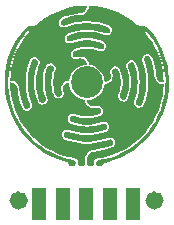
<source format=gbr>
%TF.GenerationSoftware,KiCad,Pcbnew,(5.1.10)-1*%
%TF.CreationDate,2021-10-06T18:30:59-05:00*%
%TF.ProjectId,BYTE_Magnetic,42595445-5f4d-4616-976e-657469632e6b,rev?*%
%TF.SameCoordinates,Original*%
%TF.FileFunction,Soldermask,Top*%
%TF.FilePolarity,Negative*%
%FSLAX46Y46*%
G04 Gerber Fmt 4.6, Leading zero omitted, Abs format (unit mm)*
G04 Created by KiCad (PCBNEW (5.1.10)-1) date 2021-10-06 18:30:59*
%MOMM*%
%LPD*%
G01*
G04 APERTURE LIST*
%ADD10C,0.800000*%
%ADD11C,2.700000*%
%ADD12C,0.100000*%
%ADD13R,1.200000X2.700000*%
G04 APERTURE END LIST*
D10*
X188138426Y-121669178D02*
G75*
G03*
X188138426Y-121669178I-400000J0D01*
G01*
X176638426Y-121669178D02*
G75*
G03*
X176638426Y-121669178I-400000J0D01*
G01*
D11*
%TO.C,REF\u002A\u002A*%
X182011320Y-111671100D03*
D12*
G36*
X181999320Y-105323100D02*
G01*
X181949320Y-105466100D01*
X181864320Y-105593100D01*
X181751320Y-105694100D01*
X181615320Y-105763100D01*
X181467320Y-105796100D01*
X181066320Y-105847100D01*
X180669320Y-105926100D01*
X180279320Y-106031100D01*
X179897320Y-106163100D01*
X179787320Y-106224100D01*
X179700320Y-106313100D01*
X179641320Y-106424100D01*
X179615320Y-106546100D01*
X179625320Y-106671100D01*
X179670320Y-106788100D01*
X179746320Y-106888100D01*
X179847320Y-106962100D01*
X179965320Y-107004100D01*
X180090320Y-107012100D01*
X180212320Y-106984100D01*
X180599320Y-106854100D01*
X180996320Y-106755100D01*
X181399320Y-106688100D01*
X181807320Y-106655100D01*
X182215320Y-106655100D01*
X182623320Y-106688100D01*
X183026320Y-106755100D01*
X183423320Y-106854100D01*
X183810320Y-106984100D01*
X183893320Y-107035100D01*
X183955320Y-107110100D01*
X183986320Y-107202100D01*
X183985320Y-107299100D01*
X183950320Y-107390100D01*
X183886320Y-107464100D01*
X183801320Y-107511100D01*
X183705320Y-107526100D01*
X183609320Y-107508100D01*
X183222320Y-107379100D01*
X182824320Y-107286100D01*
X182419320Y-107230100D01*
X182011320Y-107211100D01*
X181603320Y-107230100D01*
X181198320Y-107286100D01*
X180800320Y-107379100D01*
X180413320Y-107508100D01*
X180303320Y-107569100D01*
X180216320Y-107658100D01*
X180157320Y-107769100D01*
X180131320Y-107891100D01*
X180141320Y-108016100D01*
X180186320Y-108133100D01*
X180262320Y-108232100D01*
X180363320Y-108307100D01*
X180481320Y-108349100D01*
X180606320Y-108357100D01*
X180728320Y-108329100D01*
X181085320Y-108213100D01*
X181451320Y-108135100D01*
X181824320Y-108096100D01*
X182198320Y-108096100D01*
X182571320Y-108135100D01*
X182937320Y-108213100D01*
X183294320Y-108329100D01*
X183377320Y-108379100D01*
X183438320Y-108455100D01*
X183470320Y-108547100D01*
X183468320Y-108644100D01*
X183434320Y-108735100D01*
X183370320Y-108809100D01*
X183285320Y-108856100D01*
X183189320Y-108871100D01*
X183093320Y-108852100D01*
X182792320Y-108755100D01*
X182483320Y-108689100D01*
X182169320Y-108656100D01*
X181853320Y-108656100D01*
X181539320Y-108689100D01*
X181230320Y-108755100D01*
X180929320Y-108852100D01*
X180820320Y-108913100D01*
X180732320Y-109003100D01*
X180673320Y-109113100D01*
X180648320Y-109236100D01*
X180658320Y-109361100D01*
X180703320Y-109478100D01*
X180779320Y-109577100D01*
X180880320Y-109651100D01*
X180997320Y-109694100D01*
X181122320Y-109702100D01*
X181244320Y-109674100D01*
X181373320Y-109641100D01*
X181506320Y-109639100D01*
X181635320Y-109669100D01*
X181754320Y-109727100D01*
X181856320Y-109812100D01*
X181935320Y-109918100D01*
X181988320Y-110040100D01*
X182010320Y-110171100D01*
X181767320Y-110191100D01*
X181531320Y-110250100D01*
X181307320Y-110346100D01*
X181102320Y-110478100D01*
X180921320Y-110641100D01*
X180768320Y-110831100D01*
X180649320Y-111043100D01*
X180565320Y-111272100D01*
X180520320Y-111512100D01*
X180368320Y-111532100D01*
X180224320Y-111584100D01*
X180094320Y-111666100D01*
X179984320Y-111772100D01*
X179899320Y-111900100D01*
X179843320Y-112043100D01*
X179818320Y-112194100D01*
X179825320Y-112347100D01*
X179865320Y-112495100D01*
X179883320Y-112590100D01*
X179868320Y-112687100D01*
X179821320Y-112772100D01*
X179747320Y-112835100D01*
X179657320Y-112870100D01*
X179559320Y-112872100D01*
X179467320Y-112840100D01*
X179392320Y-112779100D01*
X179342320Y-112696100D01*
X179249320Y-112411100D01*
X179187320Y-112118100D01*
X179156320Y-111821100D01*
X179156320Y-111521100D01*
X179187320Y-111224100D01*
X179249320Y-110931100D01*
X179342320Y-110646100D01*
X179369320Y-110524100D01*
X179362320Y-110399100D01*
X179319320Y-110281100D01*
X179245320Y-110180100D01*
X179145320Y-110104100D01*
X179028320Y-110060100D01*
X178904320Y-110049100D01*
X178781320Y-110075100D01*
X178670320Y-110134100D01*
X178581320Y-110222100D01*
X178520320Y-110331100D01*
X178412320Y-110656100D01*
X178334320Y-110990100D01*
X178287320Y-111329100D01*
X178272320Y-111671100D01*
X178287320Y-112013100D01*
X178334320Y-112352100D01*
X178412320Y-112686100D01*
X178520320Y-113011100D01*
X178539320Y-113107100D01*
X178523320Y-113203100D01*
X178476320Y-113288100D01*
X178403320Y-113352100D01*
X178312320Y-113387100D01*
X178215320Y-113388100D01*
X178123320Y-113357100D01*
X178047320Y-113295100D01*
X177997320Y-113212100D01*
X177873320Y-112838100D01*
X177783320Y-112455100D01*
X177729320Y-112064100D01*
X177711320Y-111671100D01*
X177729320Y-111278100D01*
X177783320Y-110887100D01*
X177873320Y-110504100D01*
X177997320Y-110130100D01*
X178025320Y-110008100D01*
X178017320Y-109883100D01*
X177974320Y-109765100D01*
X177900320Y-109664100D01*
X177801320Y-109588100D01*
X177684320Y-109543100D01*
X177559320Y-109533100D01*
X177436320Y-109559100D01*
X177326320Y-109618100D01*
X177236320Y-109705100D01*
X177175320Y-109815100D01*
X177040320Y-110214100D01*
X176938320Y-110624100D01*
X176870320Y-111040100D01*
X176835320Y-111460100D01*
X176835320Y-111882100D01*
X176870320Y-112302100D01*
X176938320Y-112718100D01*
X177040320Y-113128100D01*
X177175320Y-113527100D01*
X177194320Y-113623100D01*
X177179320Y-113719100D01*
X177131320Y-113804100D01*
X177058320Y-113868100D01*
X176967320Y-113903100D01*
X176870320Y-113904100D01*
X176778320Y-113873100D01*
X176702320Y-113812100D01*
X176652320Y-113728100D01*
X176524320Y-113356100D01*
X176421320Y-112976100D01*
X176345320Y-112591100D01*
X176295320Y-112200100D01*
X176263320Y-112040100D01*
X176196320Y-111890100D01*
X176100320Y-111758100D01*
X175977320Y-111649100D01*
X175833320Y-111570100D01*
X175676320Y-111523100D01*
X175513320Y-111511100D01*
X175544320Y-111016100D01*
X175613320Y-110525100D01*
X175719320Y-110041100D01*
X175861320Y-109566100D01*
X176039320Y-109104100D01*
X176253320Y-108656100D01*
X176499320Y-108226100D01*
X176778320Y-107816100D01*
X177087320Y-107428100D01*
X177106320Y-107383100D01*
X177094320Y-107335100D01*
X177057320Y-107302100D01*
X177008320Y-107298100D01*
X176965320Y-107324100D01*
X176652320Y-107717100D01*
X176369320Y-108132100D01*
X176119320Y-108567100D01*
X175901320Y-109020100D01*
X175719320Y-109488100D01*
X175572320Y-109968100D01*
X175462320Y-110459100D01*
X175390320Y-110956100D01*
X175354320Y-111457100D01*
X175357320Y-111959100D01*
X175398320Y-112460100D01*
X175476320Y-112956100D01*
X175592320Y-113445100D01*
X175743320Y-113924100D01*
X175931320Y-114390100D01*
X176153320Y-114840100D01*
X176409320Y-115273100D01*
X176696320Y-115685100D01*
X177014320Y-116074100D01*
X177360320Y-116438100D01*
X177732320Y-116775100D01*
X178129320Y-117083100D01*
X178548320Y-117360100D01*
X178987320Y-117605100D01*
X179443320Y-117816100D01*
X179913320Y-117992100D01*
X180396320Y-118132100D01*
X180887320Y-118235100D01*
X180950320Y-118258100D01*
X181002320Y-118299100D01*
X181038320Y-118356100D01*
X181061320Y-118461100D01*
X181045320Y-118567100D01*
X180994320Y-118661100D01*
X180912320Y-118730100D01*
X180811320Y-118767100D01*
X180704320Y-118766100D01*
X180604320Y-118727100D01*
X180524320Y-118655100D01*
X180475320Y-118560100D01*
X180444320Y-118500100D01*
X180394320Y-118453100D01*
X180332320Y-118425100D01*
X179827320Y-118280100D01*
X179335320Y-118096100D01*
X178858320Y-117876100D01*
X178399320Y-117620100D01*
X177961320Y-117331100D01*
X177545320Y-117009100D01*
X177155320Y-116657100D01*
X176793320Y-116277100D01*
X176461320Y-115870100D01*
X176160320Y-115440100D01*
X175892320Y-114988100D01*
X175659320Y-114517100D01*
X175463320Y-114030100D01*
X175304320Y-113529100D01*
X175183320Y-113018100D01*
X175100320Y-112499100D01*
X175058320Y-111975100D01*
X175055320Y-111450100D01*
X175091320Y-110926100D01*
X175167320Y-110406100D01*
X175282320Y-109894100D01*
X175435320Y-109391100D01*
X175626320Y-108902100D01*
X175853320Y-108428100D01*
X176115320Y-107973100D01*
X176411320Y-107539100D01*
X176738320Y-107128100D01*
X176847320Y-107030100D01*
X176976320Y-106960100D01*
X177117320Y-106924100D01*
X177264320Y-106924100D01*
X177389320Y-106926100D01*
X177512320Y-106901100D01*
X177628320Y-106852100D01*
X177730320Y-106780100D01*
X178093320Y-106485100D01*
X178475320Y-106217100D01*
X178876320Y-105977100D01*
X179293320Y-105766100D01*
X179724320Y-105586100D01*
X180167320Y-105438100D01*
X180620320Y-105322100D01*
X181080320Y-105238100D01*
X181544320Y-105188100D01*
X182011320Y-105171100D01*
X181999320Y-105323100D01*
G37*
G36*
X182671320Y-105205100D02*
G01*
X183168320Y-105275100D01*
X183657320Y-105383100D01*
X184137320Y-105528100D01*
X184604320Y-105711100D01*
X185056320Y-105928100D01*
X185489320Y-106180100D01*
X185902320Y-106464100D01*
X186292320Y-106780100D01*
X186394320Y-106852100D01*
X186510320Y-106901100D01*
X186633320Y-106926100D01*
X186758320Y-106924100D01*
X186905320Y-106924100D01*
X187046320Y-106960100D01*
X187175320Y-107030100D01*
X187284320Y-107128100D01*
X187604320Y-107528100D01*
X187893320Y-107951100D01*
X188151320Y-108394100D01*
X188376320Y-108854100D01*
X188566320Y-109330100D01*
X188720320Y-109819100D01*
X188838320Y-110317100D01*
X188919320Y-110823100D01*
X188963320Y-111334100D01*
X188969320Y-111846100D01*
X188937320Y-112358100D01*
X188868320Y-112865100D01*
X188761320Y-113367100D01*
X188618320Y-113859100D01*
X188439320Y-114339100D01*
X188226320Y-114804100D01*
X187978320Y-115253100D01*
X187699320Y-115683100D01*
X187388320Y-116090100D01*
X187048320Y-116474100D01*
X186681320Y-116831100D01*
X186289320Y-117161100D01*
X185874320Y-117461100D01*
X185437320Y-117729100D01*
X184982320Y-117965100D01*
X184511320Y-118166100D01*
X184027320Y-118333100D01*
X183531320Y-118463100D01*
X183471320Y-118487100D01*
X183422320Y-118528100D01*
X183389320Y-118583100D01*
X183331320Y-118674100D01*
X183245320Y-118739100D01*
X183142320Y-118769100D01*
X183034320Y-118761100D01*
X182937320Y-118715100D01*
X182861320Y-118638100D01*
X182819320Y-118539100D01*
X182814320Y-118431100D01*
X182843320Y-118351100D01*
X182903320Y-118290100D01*
X182983320Y-118260100D01*
X183482320Y-118167100D01*
X183973320Y-118036100D01*
X184452320Y-117868100D01*
X184917320Y-117664100D01*
X185365320Y-117425100D01*
X185794320Y-117152100D01*
X186200320Y-116848100D01*
X186583320Y-116514100D01*
X186938320Y-116152100D01*
X187266320Y-115763100D01*
X187562320Y-115351100D01*
X187826320Y-114917100D01*
X188057320Y-114465100D01*
X188252320Y-113996100D01*
X188411320Y-113514100D01*
X188533320Y-113021100D01*
X188617320Y-112520100D01*
X188662320Y-112014100D01*
X188669320Y-111506100D01*
X188637320Y-110999100D01*
X188567320Y-110496100D01*
X188458320Y-110000100D01*
X188312320Y-109514100D01*
X188129320Y-109040100D01*
X187911320Y-108582100D01*
X187659320Y-108141100D01*
X187373320Y-107721100D01*
X187057320Y-107324100D01*
X187014320Y-107298100D01*
X186965320Y-107302100D01*
X186928320Y-107335100D01*
X186916320Y-107383100D01*
X186935320Y-107428100D01*
X187224320Y-107789100D01*
X187487320Y-108169100D01*
X187722320Y-108567100D01*
X187928320Y-108981100D01*
X188104320Y-109408100D01*
X188250320Y-109847100D01*
X188364320Y-110295100D01*
X188445320Y-110750100D01*
X188495320Y-111209100D01*
X188511320Y-111671100D01*
X188359320Y-111659100D01*
X188216320Y-111609100D01*
X188089320Y-111524100D01*
X187988320Y-111411100D01*
X187919320Y-111275100D01*
X187886320Y-111127100D01*
X187835320Y-110726100D01*
X187756320Y-110329100D01*
X187651320Y-109939100D01*
X187519320Y-109557100D01*
X187458320Y-109447100D01*
X187369320Y-109360100D01*
X187258320Y-109301100D01*
X187136320Y-109275100D01*
X187011320Y-109285100D01*
X186894320Y-109330100D01*
X186794320Y-109406100D01*
X186720320Y-109507100D01*
X186678320Y-109625100D01*
X186670320Y-109750100D01*
X186698320Y-109872100D01*
X186828320Y-110259100D01*
X186927320Y-110656100D01*
X186994320Y-111059100D01*
X187027320Y-111467100D01*
X187027320Y-111875100D01*
X186994320Y-112283100D01*
X186927320Y-112686100D01*
X186828320Y-113083100D01*
X186698320Y-113470100D01*
X186647320Y-113553100D01*
X186572320Y-113615100D01*
X186480320Y-113646100D01*
X186383320Y-113645100D01*
X186292320Y-113610100D01*
X186218320Y-113546100D01*
X186171320Y-113461100D01*
X186156320Y-113365100D01*
X186174320Y-113269100D01*
X186303320Y-112882100D01*
X186396320Y-112484100D01*
X186452320Y-112079100D01*
X186471320Y-111671100D01*
X186452320Y-111263100D01*
X186396320Y-110858100D01*
X186303320Y-110460100D01*
X186174320Y-110073100D01*
X186113320Y-109963100D01*
X186024320Y-109876100D01*
X185913320Y-109817100D01*
X185791320Y-109791100D01*
X185666320Y-109801100D01*
X185549320Y-109846100D01*
X185450320Y-109922100D01*
X185375320Y-110023100D01*
X185333320Y-110141100D01*
X185325320Y-110266100D01*
X185353320Y-110388100D01*
X185469320Y-110745100D01*
X185547320Y-111111100D01*
X185586320Y-111484100D01*
X185586320Y-111858100D01*
X185547320Y-112231100D01*
X185469320Y-112597100D01*
X185353320Y-112954100D01*
X185303320Y-113037100D01*
X185227320Y-113098100D01*
X185135320Y-113130100D01*
X185038320Y-113128100D01*
X184947320Y-113094100D01*
X184873320Y-113030100D01*
X184826320Y-112945100D01*
X184811320Y-112849100D01*
X184830320Y-112753100D01*
X184927320Y-112452100D01*
X184993320Y-112143100D01*
X185026320Y-111829100D01*
X185026320Y-111513100D01*
X184993320Y-111199100D01*
X184927320Y-110890100D01*
X184830320Y-110589100D01*
X184769320Y-110480100D01*
X184679320Y-110392100D01*
X184569320Y-110333100D01*
X184446320Y-110308100D01*
X184321320Y-110318100D01*
X184204320Y-110363100D01*
X184105320Y-110439100D01*
X184031320Y-110540100D01*
X183988320Y-110657100D01*
X183980320Y-110782100D01*
X184008320Y-110904100D01*
X184041320Y-111033100D01*
X184043320Y-111166100D01*
X184013320Y-111295100D01*
X183955320Y-111414100D01*
X183870320Y-111516100D01*
X183764320Y-111595100D01*
X183642320Y-111648100D01*
X183511320Y-111670100D01*
X183491320Y-111427100D01*
X183432320Y-111191100D01*
X183336320Y-110967100D01*
X183204320Y-110762100D01*
X183041320Y-110581100D01*
X182851320Y-110428100D01*
X182639320Y-110309100D01*
X182410320Y-110225100D01*
X182170320Y-110180100D01*
X182150320Y-110028100D01*
X182098320Y-109884100D01*
X182016320Y-109754100D01*
X181910320Y-109644100D01*
X181782320Y-109559100D01*
X181639320Y-109503100D01*
X181488320Y-109478100D01*
X181335320Y-109485100D01*
X181187320Y-109525100D01*
X181092320Y-109543100D01*
X180995320Y-109528100D01*
X180910320Y-109481100D01*
X180847320Y-109407100D01*
X180812320Y-109317100D01*
X180810320Y-109219100D01*
X180842320Y-109127100D01*
X180903320Y-109052100D01*
X180986320Y-109002100D01*
X181271320Y-108909100D01*
X181564320Y-108847100D01*
X181861320Y-108816100D01*
X182161320Y-108816100D01*
X182458320Y-108847100D01*
X182751320Y-108909100D01*
X183036320Y-109002100D01*
X183158320Y-109029100D01*
X183283320Y-109022100D01*
X183401320Y-108979100D01*
X183502320Y-108905100D01*
X183578320Y-108805100D01*
X183622320Y-108688100D01*
X183633320Y-108564100D01*
X183607320Y-108441100D01*
X183548320Y-108330100D01*
X183460320Y-108241100D01*
X183351320Y-108180100D01*
X183026320Y-108072100D01*
X182692320Y-107994100D01*
X182353320Y-107947100D01*
X182011320Y-107932100D01*
X181669320Y-107947100D01*
X181330320Y-107994100D01*
X180996320Y-108072100D01*
X180671320Y-108180100D01*
X180575320Y-108199100D01*
X180479320Y-108183100D01*
X180394320Y-108136100D01*
X180330320Y-108063100D01*
X180295320Y-107972100D01*
X180294320Y-107875100D01*
X180325320Y-107783100D01*
X180387320Y-107707100D01*
X180470320Y-107657100D01*
X180844320Y-107533100D01*
X181227320Y-107443100D01*
X181618320Y-107389100D01*
X182011320Y-107371100D01*
X182404320Y-107389100D01*
X182795320Y-107443100D01*
X183178320Y-107533100D01*
X183552320Y-107657100D01*
X183674320Y-107685100D01*
X183799320Y-107677100D01*
X183917320Y-107634100D01*
X184018320Y-107560100D01*
X184094320Y-107461100D01*
X184139320Y-107344100D01*
X184149320Y-107219100D01*
X184123320Y-107096100D01*
X184064320Y-106986100D01*
X183977320Y-106896100D01*
X183867320Y-106835100D01*
X183468320Y-106700100D01*
X183058320Y-106598100D01*
X182642320Y-106530100D01*
X182222320Y-106495100D01*
X181800320Y-106495100D01*
X181380320Y-106530100D01*
X180964320Y-106598100D01*
X180554320Y-106700100D01*
X180155320Y-106835100D01*
X180059320Y-106854100D01*
X179963320Y-106839100D01*
X179878320Y-106791100D01*
X179814320Y-106718100D01*
X179779320Y-106627100D01*
X179778320Y-106530100D01*
X179809320Y-106438100D01*
X179870320Y-106362100D01*
X179954320Y-106312100D01*
X180326320Y-106184100D01*
X180706320Y-106081100D01*
X181091320Y-106005100D01*
X181482320Y-105955100D01*
X181642320Y-105923100D01*
X181792320Y-105856100D01*
X181924320Y-105760100D01*
X182033320Y-105637100D01*
X182112320Y-105493100D01*
X182159320Y-105336100D01*
X182171320Y-105173100D01*
X182671320Y-105205100D01*
G37*
G36*
X177640320Y-109697100D02*
G01*
X177731320Y-109732100D01*
X177804320Y-109796100D01*
X177851320Y-109881100D01*
X177867320Y-109977100D01*
X177848320Y-110073100D01*
X177719320Y-110460100D01*
X177627320Y-110858100D01*
X177571320Y-111263100D01*
X177552320Y-111671100D01*
X177571320Y-112079100D01*
X177627320Y-112484100D01*
X177719320Y-112882100D01*
X177848320Y-113269100D01*
X177909320Y-113379100D01*
X177999320Y-113466100D01*
X178109320Y-113525100D01*
X178232320Y-113551100D01*
X178356320Y-113541100D01*
X178473320Y-113496100D01*
X178573320Y-113420100D01*
X178647320Y-113319100D01*
X178690320Y-113201100D01*
X178697320Y-113076100D01*
X178670320Y-112954100D01*
X178554320Y-112597100D01*
X178476320Y-112231100D01*
X178437320Y-111858100D01*
X178437320Y-111484100D01*
X178476320Y-111111100D01*
X178554320Y-110745100D01*
X178670320Y-110388100D01*
X178720320Y-110305100D01*
X178795320Y-110244100D01*
X178887320Y-110212100D01*
X178985320Y-110214100D01*
X179076320Y-110248100D01*
X179149320Y-110312100D01*
X179196320Y-110397100D01*
X179211320Y-110493100D01*
X179193320Y-110589100D01*
X179095320Y-110890100D01*
X179029320Y-111199100D01*
X178996320Y-111513100D01*
X178996320Y-111829100D01*
X179029320Y-112143100D01*
X179095320Y-112452100D01*
X179193320Y-112753100D01*
X179254320Y-112862100D01*
X179343320Y-112950100D01*
X179454320Y-113009100D01*
X179576320Y-113034100D01*
X179701320Y-113024100D01*
X179818320Y-112979100D01*
X179918320Y-112903100D01*
X179992320Y-112802100D01*
X180034320Y-112685100D01*
X180042320Y-112560100D01*
X180014320Y-112438100D01*
X179982320Y-112309100D01*
X179980320Y-112176100D01*
X180009320Y-112047100D01*
X180068320Y-111928100D01*
X180153320Y-111826100D01*
X180259320Y-111747100D01*
X180381320Y-111694100D01*
X180511320Y-111672100D01*
X180531320Y-111915100D01*
X180590320Y-112151100D01*
X180687320Y-112375100D01*
X180818320Y-112580100D01*
X180981320Y-112761100D01*
X181171320Y-112914100D01*
X181384320Y-113033100D01*
X181613320Y-113117100D01*
X181852320Y-113162100D01*
X181873320Y-113314100D01*
X181925320Y-113458100D01*
X182006320Y-113588100D01*
X182113320Y-113698100D01*
X182240320Y-113783100D01*
X182383320Y-113839100D01*
X182534320Y-113864100D01*
X182687320Y-113857100D01*
X182835320Y-113817100D01*
X182931320Y-113799100D01*
X183027320Y-113814100D01*
X183112320Y-113861100D01*
X183176320Y-113935100D01*
X183211320Y-114025100D01*
X183212320Y-114123100D01*
X183181320Y-114215100D01*
X183120320Y-114290100D01*
X183036320Y-114340100D01*
X182751320Y-114433100D01*
X182459320Y-114495100D01*
X182161320Y-114526100D01*
X181862320Y-114526100D01*
X181564320Y-114495100D01*
X181271320Y-114433100D01*
X180987320Y-114340100D01*
X180865320Y-114313100D01*
X180740320Y-114320100D01*
X180622320Y-114363100D01*
X180521320Y-114437100D01*
X180445320Y-114537100D01*
X180400320Y-114654100D01*
X180390320Y-114778100D01*
X180415320Y-114901100D01*
X180474320Y-115012100D01*
X180562320Y-115101100D01*
X180671320Y-115162100D01*
X180996320Y-115270100D01*
X181330320Y-115348100D01*
X181669320Y-115395100D01*
X182011320Y-115410100D01*
X182354320Y-115395100D01*
X182693320Y-115348100D01*
X183026320Y-115270100D01*
X183352320Y-115162100D01*
X183447320Y-115143100D01*
X183543320Y-115159100D01*
X183628320Y-115206100D01*
X183692320Y-115279100D01*
X183727320Y-115370100D01*
X183729320Y-115467100D01*
X183697320Y-115559100D01*
X183636320Y-115635100D01*
X183552320Y-115685100D01*
X183179320Y-115809100D01*
X182795320Y-115899100D01*
X182405320Y-115953100D01*
X182011320Y-115971100D01*
X181618320Y-115953100D01*
X181228320Y-115899100D01*
X180844320Y-115809100D01*
X180471320Y-115685100D01*
X180348320Y-115657100D01*
X180223320Y-115665100D01*
X180106320Y-115708100D01*
X180005320Y-115782100D01*
X179929320Y-115881100D01*
X179884320Y-115998100D01*
X179874320Y-116123100D01*
X179899320Y-116246100D01*
X179958320Y-116356100D01*
X180046320Y-116446100D01*
X180155320Y-116507100D01*
X180555320Y-116642100D01*
X180964320Y-116744100D01*
X181380320Y-116812100D01*
X181801320Y-116847100D01*
X182222320Y-116847100D01*
X182643320Y-116812100D01*
X183059320Y-116744100D01*
X183468320Y-116642100D01*
X183868320Y-116507100D01*
X183963320Y-116488100D01*
X184059320Y-116503100D01*
X184144320Y-116551100D01*
X184208320Y-116624100D01*
X184243320Y-116715100D01*
X184245320Y-116812100D01*
X184213320Y-116904100D01*
X184152320Y-116980100D01*
X184069320Y-117030100D01*
X183697320Y-117158100D01*
X183317320Y-117261100D01*
X182931320Y-117337100D01*
X182541320Y-117387100D01*
X182384320Y-117418100D01*
X182237320Y-117482100D01*
X182106320Y-117575100D01*
X181998320Y-117693100D01*
X181918320Y-117832100D01*
X181868320Y-117984100D01*
X181851320Y-118143100D01*
X181851320Y-118471100D01*
X181831320Y-118578100D01*
X181775320Y-118671100D01*
X181689320Y-118737100D01*
X181585320Y-118769100D01*
X181476320Y-118762100D01*
X181378320Y-118716100D01*
X181302320Y-118638100D01*
X181259320Y-118538100D01*
X181254320Y-118430100D01*
X181252320Y-118337100D01*
X181222320Y-118249100D01*
X181167320Y-118175100D01*
X181092320Y-118121100D01*
X181003320Y-118092100D01*
X180528320Y-118000100D01*
X180061320Y-117872100D01*
X179605320Y-117709100D01*
X179163320Y-117514100D01*
X178736320Y-117285100D01*
X178327320Y-117026100D01*
X177939320Y-116737100D01*
X177573320Y-116420100D01*
X177232320Y-116077100D01*
X176918320Y-115709100D01*
X176631320Y-115319100D01*
X176375320Y-114908100D01*
X176150320Y-114480100D01*
X175957320Y-114036100D01*
X175798320Y-113579100D01*
X175673320Y-113111100D01*
X175583320Y-112636100D01*
X175529320Y-112155100D01*
X175511320Y-111671100D01*
X175663320Y-111683100D01*
X175807320Y-111733100D01*
X175933320Y-111818100D01*
X176034320Y-111931100D01*
X176103320Y-112067100D01*
X176137320Y-112215100D01*
X176188320Y-112616100D01*
X176266320Y-113013100D01*
X176371320Y-113403100D01*
X176503320Y-113785100D01*
X176564320Y-113895100D01*
X176654320Y-113982100D01*
X176764320Y-114041100D01*
X176887320Y-114067100D01*
X177012320Y-114057100D01*
X177129320Y-114012100D01*
X177228320Y-113936100D01*
X177302320Y-113835100D01*
X177345320Y-113717100D01*
X177353320Y-113592100D01*
X177325320Y-113470100D01*
X177194320Y-113083100D01*
X177095320Y-112686100D01*
X177029320Y-112283100D01*
X176996320Y-111875100D01*
X176996320Y-111467100D01*
X177029320Y-111059100D01*
X177095320Y-110656100D01*
X177194320Y-110259100D01*
X177325320Y-109872100D01*
X177375320Y-109789100D01*
X177451320Y-109727100D01*
X177543320Y-109696100D01*
X177640320Y-109697100D01*
G37*
G36*
X187244320Y-109469100D02*
G01*
X187320320Y-109530100D01*
X187370320Y-109614100D01*
X187498320Y-109986100D01*
X187601320Y-110366100D01*
X187677320Y-110751100D01*
X187727320Y-111142100D01*
X187759320Y-111302100D01*
X187826320Y-111452100D01*
X187922320Y-111584100D01*
X188045320Y-111693100D01*
X188189320Y-111772100D01*
X188346320Y-111819100D01*
X188509320Y-111831100D01*
X188479320Y-112314100D01*
X188414320Y-112793100D01*
X188312320Y-113266100D01*
X188176320Y-113730100D01*
X188006320Y-114182100D01*
X187803320Y-114621100D01*
X187568320Y-115044100D01*
X187302320Y-115447100D01*
X187006320Y-115830100D01*
X186683320Y-116190100D01*
X186334320Y-116525100D01*
X185961320Y-116833100D01*
X185567320Y-117112100D01*
X185152320Y-117362100D01*
X184720320Y-117579100D01*
X184274320Y-117764100D01*
X183814320Y-117916100D01*
X183345320Y-118033100D01*
X182868320Y-118114100D01*
X182780320Y-118140100D01*
X182704320Y-118192100D01*
X182647320Y-118264100D01*
X182615320Y-118350100D01*
X182610320Y-118441100D01*
X182601320Y-118548100D01*
X182555320Y-118646100D01*
X182478320Y-118720100D01*
X182379320Y-118763100D01*
X182272320Y-118768100D01*
X182170320Y-118736100D01*
X182085320Y-118669100D01*
X182030320Y-118577100D01*
X182011320Y-118471100D01*
X182011320Y-118171100D01*
X182023320Y-118019100D01*
X182073320Y-117876100D01*
X182158320Y-117749100D01*
X182271320Y-117648100D01*
X182407320Y-117579100D01*
X182555320Y-117546100D01*
X182956320Y-117495100D01*
X183353320Y-117416100D01*
X183743320Y-117311100D01*
X184125320Y-117179100D01*
X184235320Y-117118100D01*
X184322320Y-117029100D01*
X184381320Y-116918100D01*
X184407320Y-116796100D01*
X184397320Y-116671100D01*
X184352320Y-116554100D01*
X184276320Y-116454100D01*
X184175320Y-116380100D01*
X184057320Y-116338100D01*
X183932320Y-116330100D01*
X183810320Y-116358100D01*
X183423320Y-116488100D01*
X183026320Y-116587100D01*
X182623320Y-116654100D01*
X182215320Y-116687100D01*
X181807320Y-116687100D01*
X181399320Y-116654100D01*
X180996320Y-116587100D01*
X180599320Y-116488100D01*
X180212320Y-116358100D01*
X180129320Y-116307100D01*
X180067320Y-116232100D01*
X180036320Y-116140100D01*
X180037320Y-116043100D01*
X180072320Y-115952100D01*
X180136320Y-115878100D01*
X180221320Y-115831100D01*
X180317320Y-115816100D01*
X180413320Y-115834100D01*
X180800320Y-115963100D01*
X181198320Y-116056100D01*
X181603320Y-116112100D01*
X182011320Y-116131100D01*
X182419320Y-116112100D01*
X182824320Y-116056100D01*
X183222320Y-115963100D01*
X183609320Y-115834100D01*
X183719320Y-115773100D01*
X183806320Y-115684100D01*
X183865320Y-115573100D01*
X183891320Y-115451100D01*
X183881320Y-115326100D01*
X183836320Y-115209100D01*
X183760320Y-115110100D01*
X183659320Y-115035100D01*
X183541320Y-114993100D01*
X183416320Y-114985100D01*
X183294320Y-115013100D01*
X182937320Y-115129100D01*
X182571320Y-115207100D01*
X182198320Y-115246100D01*
X181824320Y-115246100D01*
X181451320Y-115207100D01*
X181085320Y-115129100D01*
X180728320Y-115013100D01*
X180645320Y-114963100D01*
X180584320Y-114887100D01*
X180552320Y-114795100D01*
X180554320Y-114698100D01*
X180588320Y-114607100D01*
X180652320Y-114533100D01*
X180737320Y-114486100D01*
X180833320Y-114471100D01*
X180929320Y-114490100D01*
X181230320Y-114587100D01*
X181539320Y-114653100D01*
X181853320Y-114686100D01*
X182169320Y-114686100D01*
X182483320Y-114653100D01*
X182792320Y-114587100D01*
X183093320Y-114490100D01*
X183202320Y-114429100D01*
X183290320Y-114339100D01*
X183349320Y-114229100D01*
X183374320Y-114106100D01*
X183364320Y-113981100D01*
X183319320Y-113864100D01*
X183243320Y-113765100D01*
X183142320Y-113691100D01*
X183025320Y-113648100D01*
X182900320Y-113640100D01*
X182778320Y-113668100D01*
X182649320Y-113701100D01*
X182516320Y-113703100D01*
X182387320Y-113673100D01*
X182268320Y-113615100D01*
X182166320Y-113530100D01*
X182087320Y-113424100D01*
X182034320Y-113302100D01*
X182012320Y-113171100D01*
X182255320Y-113151100D01*
X182491320Y-113092100D01*
X182715320Y-112996100D01*
X182920320Y-112864100D01*
X183101320Y-112701100D01*
X183254320Y-112511100D01*
X183373320Y-112299100D01*
X183457320Y-112070100D01*
X183502320Y-111830100D01*
X183654320Y-111810100D01*
X183798320Y-111758100D01*
X183928320Y-111676100D01*
X184038320Y-111570100D01*
X184123320Y-111442100D01*
X184179320Y-111299100D01*
X184204320Y-111148100D01*
X184197320Y-110995100D01*
X184157320Y-110847100D01*
X184139320Y-110752100D01*
X184154320Y-110655100D01*
X184201320Y-110570100D01*
X184275320Y-110507100D01*
X184365320Y-110472100D01*
X184463320Y-110470100D01*
X184555320Y-110502100D01*
X184630320Y-110563100D01*
X184680320Y-110646100D01*
X184773320Y-110931100D01*
X184835320Y-111224100D01*
X184866320Y-111521100D01*
X184866320Y-111821100D01*
X184835320Y-112118100D01*
X184773320Y-112411100D01*
X184680320Y-112696100D01*
X184653320Y-112818100D01*
X184660320Y-112943100D01*
X184703320Y-113061100D01*
X184777320Y-113162100D01*
X184877320Y-113238100D01*
X184994320Y-113282100D01*
X185118320Y-113293100D01*
X185241320Y-113267100D01*
X185352320Y-113208100D01*
X185441320Y-113120100D01*
X185502320Y-113011100D01*
X185610320Y-112686100D01*
X185688320Y-112352100D01*
X185735320Y-112013100D01*
X185750320Y-111671100D01*
X185735320Y-111329100D01*
X185688320Y-110990100D01*
X185610320Y-110656100D01*
X185502320Y-110331100D01*
X185483320Y-110235100D01*
X185499320Y-110139100D01*
X185546320Y-110054100D01*
X185619320Y-109990100D01*
X185710320Y-109955100D01*
X185807320Y-109954100D01*
X185899320Y-109985100D01*
X185975320Y-110047100D01*
X186025320Y-110130100D01*
X186149320Y-110504100D01*
X186239320Y-110887100D01*
X186293320Y-111278100D01*
X186311320Y-111671100D01*
X186293320Y-112064100D01*
X186239320Y-112455100D01*
X186149320Y-112838100D01*
X186025320Y-113212100D01*
X185997320Y-113334100D01*
X186005320Y-113459100D01*
X186048320Y-113577100D01*
X186122320Y-113678100D01*
X186221320Y-113754100D01*
X186338320Y-113799100D01*
X186463320Y-113809100D01*
X186586320Y-113783100D01*
X186696320Y-113724100D01*
X186786320Y-113637100D01*
X186847320Y-113527100D01*
X186982320Y-113128100D01*
X187084320Y-112718100D01*
X187152320Y-112302100D01*
X187187320Y-111882100D01*
X187187320Y-111460100D01*
X187152320Y-111040100D01*
X187084320Y-110624100D01*
X186982320Y-110214100D01*
X186847320Y-109815100D01*
X186828320Y-109719100D01*
X186843320Y-109623100D01*
X186891320Y-109538100D01*
X186964320Y-109474100D01*
X187055320Y-109439100D01*
X187152320Y-109438100D01*
X187244320Y-109469100D01*
G37*
%TD*%
D13*
%TO.C,J1*%
X185950000Y-121940000D03*
X183950000Y-121940000D03*
X181950000Y-121940000D03*
X179950000Y-121940000D03*
X177950000Y-121940000D03*
%TD*%
M02*

</source>
